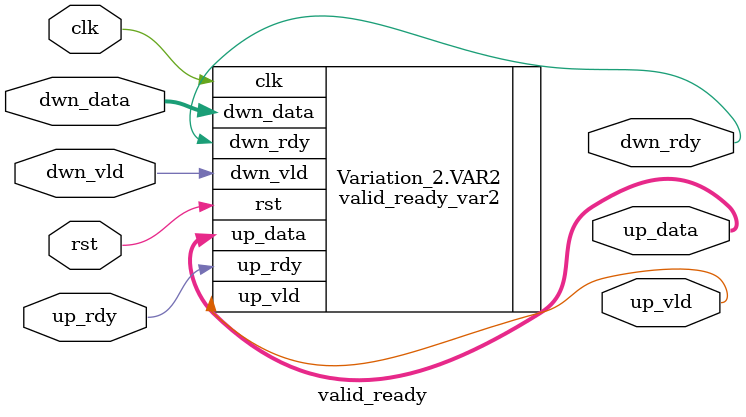
<source format=sv>
`include "package.svh"
module valid_ready #(parameter N = 4, V = 0) (/*AUTOARG*/
   // Outputs
   up_data, up_vld, dwn_rdy,
   // Inputs
   up_rdy, dwn_vld, dwn_data, clk, rst
   );
   // Outputs
   // up stream
   output [N-1:0] up_data;
   output	  up_vld;
   // down stream
   output	  dwn_rdy;
   // Inputs
   // up stream 
   input	  up_rdy;
   // down stream
   input	  dwn_vld;
   input [N-1:0]  dwn_data;

   input	  clk;
   input	  rst;
   
   /*AUTOREG*/
   /*AUTOWIRE*/
   
   generate
      if(V == 1) begin : Variation_1
	valid_ready_var1 #(/*AUTOINSTPARAM*/
			   // Parameters
			   .N			(N)) VAR1 (/*AUTOINST*/
							   // Outputs
							   .up_data		(up_data[N-1:0]),
							   .up_vld		(up_vld),
							   .dwn_rdy		(dwn_rdy),
							   // Inputs
							   .up_rdy		(up_rdy),
							   .dwn_vld		(dwn_vld),
							   .dwn_data		(dwn_data[N-1:0]),
							   .clk			(clk),
							   .rst			(rst));
      end else begin : Variation_2 
	valid_ready_var2 #(/*AUTOINSTPARAM*/
			   // Parameters
			   .N			(N)) VAR2 (/*AUTOINST*/
							   // Outputs
							   .up_data		(up_data[N-1:0]),
							   .up_vld		(up_vld),
							   .dwn_rdy		(dwn_rdy),
							   // Inputs
							   .up_rdy		(up_rdy),
							   .dwn_vld		(dwn_vld),
							   .dwn_data		(dwn_data[N-1:0]),
							   .clk			(clk),
							   .rst			(rst));
      end
   endgenerate
   
endmodule // valid_ready
// Local Variables:
// Verilog-Library-Directories: (".")
// End:

</source>
